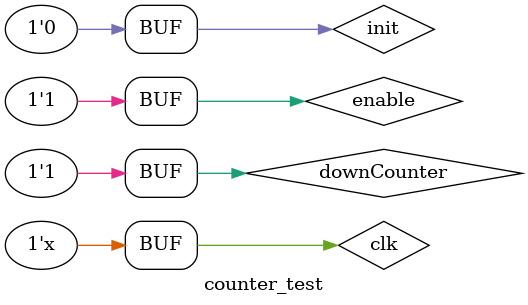
<source format=v>
`timescale 1ns / 1ps


module counter_test;

	// Inputs
	reg clk;
	reg init;
	reg enable;
	reg downCounter;

	// Outputs
	wire [11:0] out;

	// Instantiate the Unit Under Test (UUT)
	counter uut (
		.clk(clk), 
		.init(init), 
		.enable(enable), 
		.downCounter(downCounter), 
		.out(out)
	);

	initial begin
		// Initialize Inputs
		clk = 0;
		init = 0;
		enable = 0;
		downCounter = 0;

		// Wait 100 ns for global reset to finish
		#100;
        
		// Add stimulus here
		enable = 1;
		// Wait 1000 ns for global reset to finish
		#1000;
		// count downwards
		downCounter = 1;
	end

	always begin
		clk<=~clk;
		#100;
	end
endmodule


</source>
